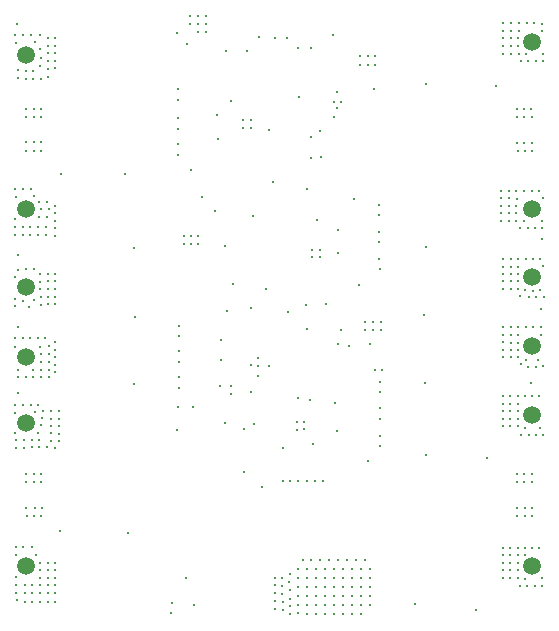
<source format=gbr>
%TF.GenerationSoftware,Altium Limited,Altium Designer,20.2.3 (150)*%
G04 Layer_Color=0*
%FSLAX26Y26*%
%MOIN*%
%TF.SameCoordinates,1E0D65CC-F0FE-4DFC-A0D5-6D9DD74121E6*%
%TF.FilePolarity,Positive*%
%TF.FileFunction,Plated,1,4,PTH,Drill*%
%TF.Part,Single*%
G01*
G75*
%TA.AperFunction,ViaDrill,NotFilled*%
%ADD94C,0.010000*%
%ADD95C,0.011811*%
%ADD96C,0.059055*%
D94*
X1438409Y2011432D02*
D03*
X973535Y1095311D02*
D03*
X1097000Y974000D02*
D03*
X1099000Y1008000D02*
D03*
X880000Y872000D02*
D03*
X975000Y1025765D02*
D03*
X1097910Y1033505D02*
D03*
X996000Y1192000D02*
D03*
X1076000Y1009000D02*
D03*
X832000Y872000D02*
D03*
X828212Y794248D02*
D03*
X832992Y1107000D02*
D03*
X859441Y2081245D02*
D03*
X828254Y2118822D02*
D03*
X990000Y2058008D02*
D03*
X1375652Y1128439D02*
D03*
X1133557Y1007171D02*
D03*
X1008141Y1891300D02*
D03*
X1060000Y2058008D02*
D03*
X1081440Y1507737D02*
D03*
X1350462Y1887735D02*
D03*
X1364000Y1080000D02*
D03*
X954808Y1523156D02*
D03*
X1347000Y2111000D02*
D03*
X1909142Y1492000D02*
D03*
X1418000Y1565000D02*
D03*
X1257385Y1210576D02*
D03*
X1197407Y1187208D02*
D03*
X1260386Y1598765D02*
D03*
X1279000Y1394000D02*
D03*
Y1370000D02*
D03*
X1915268Y1314000D02*
D03*
X1489000Y994000D02*
D03*
X1511787Y993000D02*
D03*
X1455721Y1152750D02*
D03*
X1434328Y1278537D02*
D03*
X1402000Y1075000D02*
D03*
X1049078Y1800830D02*
D03*
X1074000Y1801000D02*
D03*
Y1826000D02*
D03*
X1049000D02*
D03*
X1251772Y796139D02*
D03*
X1251459Y821588D02*
D03*
X1228235Y795373D02*
D03*
X1228000Y822000D02*
D03*
X1306000Y1370000D02*
D03*
Y1394000D02*
D03*
X1507000Y1128000D02*
D03*
X1481000D02*
D03*
X1456000D02*
D03*
X1506809Y1153370D02*
D03*
X1480491Y1153060D02*
D03*
X898000Y1413000D02*
D03*
X876000D02*
D03*
X851000D02*
D03*
X898000Y1442000D02*
D03*
X876000D02*
D03*
X851000D02*
D03*
X1657005Y1405041D02*
D03*
X1889992Y1939000D02*
D03*
X1274000Y1702000D02*
D03*
Y1771000D02*
D03*
X1361000Y1867000D02*
D03*
X1374000Y1886000D02*
D03*
X1489000Y2012000D02*
D03*
X1464000D02*
D03*
X1489000Y2040000D02*
D03*
X1464000D02*
D03*
X1439000D02*
D03*
X809000Y184000D02*
D03*
X858591Y299000D02*
D03*
X2012000Y506000D02*
D03*
X1988000D02*
D03*
X1962000D02*
D03*
X2012000Y535000D02*
D03*
X1989000D02*
D03*
X1962000D02*
D03*
X2011000Y619000D02*
D03*
X1986000D02*
D03*
X1962000D02*
D03*
X1985783Y647947D02*
D03*
X2011000Y648000D02*
D03*
X1961000D02*
D03*
X2011000Y1724000D02*
D03*
X1987000D02*
D03*
X1963000D02*
D03*
X2011000Y1752000D02*
D03*
X1986000D02*
D03*
X1962000D02*
D03*
X2010000Y1838000D02*
D03*
X1986000D02*
D03*
X1962000D02*
D03*
X2009000Y1865000D02*
D03*
X1986000D02*
D03*
X1961000D02*
D03*
X1352552Y1836698D02*
D03*
X1232000Y899000D02*
D03*
X1324184Y1214272D02*
D03*
X832992Y1142000D02*
D03*
X1361000Y1919000D02*
D03*
X1100000Y2103000D02*
D03*
X1180000Y733000D02*
D03*
X1232000Y2068000D02*
D03*
X1154000Y2100000D02*
D03*
X1014000Y1280008D02*
D03*
X988341Y815972D02*
D03*
X1112000Y603000D02*
D03*
X1196000Y2100000D02*
D03*
X1275000Y2068000D02*
D03*
X989000Y1408000D02*
D03*
X665905Y452207D02*
D03*
X685636Y945787D02*
D03*
X682817Y1401642D02*
D03*
X686917Y1171726D02*
D03*
X1306405Y1702789D02*
D03*
X1146887Y1619915D02*
D03*
X654134Y1647255D02*
D03*
X876000Y1659000D02*
D03*
X963000Y1765000D02*
D03*
X962000Y1844000D02*
D03*
X2042000Y1196000D02*
D03*
X2043000Y1429000D02*
D03*
X1363000Y1383000D02*
D03*
X1364000Y1461000D02*
D03*
X1652000Y1178000D02*
D03*
X1915535Y2048000D02*
D03*
X1659162Y1948125D02*
D03*
X1074000Y1199000D02*
D03*
X1125898Y1264102D02*
D03*
X1261000Y1132000D02*
D03*
X1282000Y747850D02*
D03*
X833000Y969378D02*
D03*
X832992Y1056000D02*
D03*
Y935000D02*
D03*
Y1021000D02*
D03*
X1471000Y1082000D02*
D03*
X1050719Y655108D02*
D03*
D95*
X830992Y1711000D02*
D03*
Y1746000D02*
D03*
Y1833000D02*
D03*
Y1930000D02*
D03*
Y1895000D02*
D03*
Y1798000D02*
D03*
X898000Y2120000D02*
D03*
X923000D02*
D03*
X872000Y2146000D02*
D03*
X898000D02*
D03*
X924000D02*
D03*
X871000Y2173000D02*
D03*
X898000D02*
D03*
X924000D02*
D03*
X1135000Y1795000D02*
D03*
X1235000Y1903000D02*
D03*
X1007000Y915000D02*
D03*
Y939992D02*
D03*
X1075118Y920519D02*
D03*
X1313376Y622953D02*
D03*
X1287239Y622788D02*
D03*
X1260316Y623073D02*
D03*
X1232605Y622772D02*
D03*
X1205948Y623525D02*
D03*
X1179441Y623073D02*
D03*
X1500827Y1545000D02*
D03*
X1501827Y1364000D02*
D03*
X1500827Y1454000D02*
D03*
X910000Y1571984D02*
D03*
X2045000Y299000D02*
D03*
X1987000Y297000D02*
D03*
X2045000Y274000D02*
D03*
X2020000D02*
D03*
X1996000D02*
D03*
X1972000D02*
D03*
X1963000Y302000D02*
D03*
X1939000D02*
D03*
X1963000Y327000D02*
D03*
X1939000D02*
D03*
X1963000Y352000D02*
D03*
X1939000D02*
D03*
X1987000Y377000D02*
D03*
X1963000D02*
D03*
X1939000D02*
D03*
X2035000Y402000D02*
D03*
X2011000D02*
D03*
X1987000D02*
D03*
X1963000D02*
D03*
X1939000D02*
D03*
X1914000Y377000D02*
D03*
Y327000D02*
D03*
X1914268Y302000D02*
D03*
Y352000D02*
D03*
X2036000Y907000D02*
D03*
X2012000D02*
D03*
X1988000D02*
D03*
X2038000Y801000D02*
D03*
X1988000Y800000D02*
D03*
X2049000Y778000D02*
D03*
X2024000D02*
D03*
X2000000D02*
D03*
X1976000D02*
D03*
X1964000Y807000D02*
D03*
Y832000D02*
D03*
Y857000D02*
D03*
Y882000D02*
D03*
Y907000D02*
D03*
X1939000D02*
D03*
Y882000D02*
D03*
Y857000D02*
D03*
Y832000D02*
D03*
Y807000D02*
D03*
X1914000Y832000D02*
D03*
Y882000D02*
D03*
X1914268Y807000D02*
D03*
Y907000D02*
D03*
X2032413Y1028761D02*
D03*
X1992194Y1028812D02*
D03*
X2047145Y1008319D02*
D03*
X2023172Y1005244D02*
D03*
X1998018Y1005409D02*
D03*
X2040000Y1112000D02*
D03*
X1974447Y1012414D02*
D03*
X1966000Y1036000D02*
D03*
X1940000D02*
D03*
X1965000Y1061000D02*
D03*
X1940000D02*
D03*
X1965000Y1085000D02*
D03*
X1940000D02*
D03*
X1965000Y1111000D02*
D03*
X1940000D02*
D03*
X2040000Y1136000D02*
D03*
X2015000D02*
D03*
X1990000D02*
D03*
X1965000D02*
D03*
X1940000D02*
D03*
X1915000Y1061000D02*
D03*
Y1111000D02*
D03*
X1915268Y1036000D02*
D03*
Y1136000D02*
D03*
Y1086000D02*
D03*
X2048000Y1339000D02*
D03*
X2038000Y1260000D02*
D03*
X2013000Y1257000D02*
D03*
X2050000Y1238000D02*
D03*
X2026000Y1237000D02*
D03*
X2001000D02*
D03*
X1989000Y1259000D02*
D03*
X1972000Y1239000D02*
D03*
X1965000Y1264000D02*
D03*
X1940000D02*
D03*
X1965000Y1290000D02*
D03*
X1940000D02*
D03*
X1965000Y1314000D02*
D03*
X1940000D02*
D03*
X1965000Y1338000D02*
D03*
X1940000D02*
D03*
X2038000Y1364000D02*
D03*
X2014000D02*
D03*
X1990000D02*
D03*
X1965000D02*
D03*
X1940000D02*
D03*
X1915000Y1290000D02*
D03*
X1916000Y1338000D02*
D03*
X1915268Y1364000D02*
D03*
Y1264000D02*
D03*
X2047000Y1568000D02*
D03*
X1985000Y1491000D02*
D03*
X2046000Y1492000D02*
D03*
Y1466000D02*
D03*
X2021000D02*
D03*
X1997000D02*
D03*
X1972000D02*
D03*
X1959000Y1491000D02*
D03*
X1934000Y1492000D02*
D03*
X1959000Y1516000D02*
D03*
X1934000D02*
D03*
X1959000Y1540000D02*
D03*
X1934000Y1541000D02*
D03*
X1960000Y1565000D02*
D03*
X1934000Y1566000D02*
D03*
X2035000Y1592000D02*
D03*
X2010000D02*
D03*
X1985000D02*
D03*
X1959000D02*
D03*
X1934000D02*
D03*
X1909000Y1516000D02*
D03*
Y1567000D02*
D03*
X1909142Y1542000D02*
D03*
Y1592000D02*
D03*
X1914268Y402000D02*
D03*
X2007980Y950868D02*
D03*
X2046000Y2123000D02*
D03*
X1990000Y2046000D02*
D03*
X2049000Y2048000D02*
D03*
Y2023000D02*
D03*
X2024000D02*
D03*
X1999000D02*
D03*
X1973000D02*
D03*
X1967000Y2048000D02*
D03*
X1942000D02*
D03*
X1966000Y2073000D02*
D03*
X1941000D02*
D03*
X1965000Y2099000D02*
D03*
X1941000D02*
D03*
X1968000Y2124000D02*
D03*
X1941000D02*
D03*
X2045000Y2148000D02*
D03*
X2019000Y2149000D02*
D03*
X1993000D02*
D03*
X1967000D02*
D03*
X1941000D02*
D03*
X1915000Y2073000D02*
D03*
X1916000Y2124000D02*
D03*
X1915268Y2149000D02*
D03*
Y2099000D02*
D03*
X358000Y378000D02*
D03*
X343000Y403000D02*
D03*
X316000D02*
D03*
X290000D02*
D03*
Y376000D02*
D03*
X292000Y304000D02*
D03*
X295000Y226000D02*
D03*
X292000Y252000D02*
D03*
Y278000D02*
D03*
X320000Y277000D02*
D03*
X346000D02*
D03*
Y251000D02*
D03*
X320000D02*
D03*
Y221000D02*
D03*
X346000D02*
D03*
X372000D02*
D03*
Y251000D02*
D03*
Y276000D02*
D03*
Y302000D02*
D03*
Y327000D02*
D03*
X398000Y221000D02*
D03*
X398138Y251673D02*
D03*
X398000Y276000D02*
D03*
Y302000D02*
D03*
Y327000D02*
D03*
X372000Y352000D02*
D03*
X398000D02*
D03*
X422000Y327000D02*
D03*
Y277000D02*
D03*
Y221000D02*
D03*
X422000Y252000D02*
D03*
Y302000D02*
D03*
Y352000D02*
D03*
X1485000Y1930000D02*
D03*
X355000Y853000D02*
D03*
X365000Y876000D02*
D03*
X341000D02*
D03*
X315000Y877000D02*
D03*
X288000D02*
D03*
X289000Y851000D02*
D03*
X378000Y833000D02*
D03*
X374000Y809000D02*
D03*
X363000Y785000D02*
D03*
X288000Y784000D02*
D03*
X369000Y760000D02*
D03*
X344000D02*
D03*
X318000D02*
D03*
X292000D02*
D03*
Y735000D02*
D03*
X318000D02*
D03*
X344000Y736000D02*
D03*
X369000D02*
D03*
X420000Y735000D02*
D03*
X394000Y736000D02*
D03*
X408000Y758000D02*
D03*
Y783000D02*
D03*
Y807000D02*
D03*
Y831000D02*
D03*
X407000Y857000D02*
D03*
X380839Y857028D02*
D03*
X436000Y782000D02*
D03*
Y832000D02*
D03*
X435590Y757000D02*
D03*
Y807000D02*
D03*
Y857000D02*
D03*
X389000Y1099000D02*
D03*
X363000D02*
D03*
X338000D02*
D03*
X313000D02*
D03*
X288000D02*
D03*
X289000Y1072000D02*
D03*
D03*
X400000Y1073000D02*
D03*
X372000Y1072000D02*
D03*
D03*
X400000Y1047000D02*
D03*
X373000D02*
D03*
X400000Y1021000D02*
D03*
X373000D02*
D03*
X400000Y995000D02*
D03*
X374000D02*
D03*
X348000D02*
D03*
X299000D02*
D03*
X298000Y970000D02*
D03*
X323000D02*
D03*
X348000D02*
D03*
X374000D02*
D03*
X400000D02*
D03*
X422000Y1011000D02*
D03*
Y1061000D02*
D03*
X422079Y986000D02*
D03*
Y1036000D02*
D03*
Y1086000D02*
D03*
X372000Y1288000D02*
D03*
X335000Y1204000D02*
D03*
X288000Y1206000D02*
D03*
X316000Y1223000D02*
D03*
X350000Y1227000D02*
D03*
X288000Y1232000D02*
D03*
Y1304000D02*
D03*
X298000Y1328000D02*
D03*
X324000Y1329000D02*
D03*
X350000D02*
D03*
X373000Y1212000D02*
D03*
Y1236000D02*
D03*
X398000Y1213000D02*
D03*
Y1237000D02*
D03*
X372000Y1263000D02*
D03*
X397000D02*
D03*
Y1289000D02*
D03*
X370000Y1313000D02*
D03*
X397000D02*
D03*
X422000Y1289000D02*
D03*
Y1238000D02*
D03*
X422000Y1214000D02*
D03*
Y1264000D02*
D03*
Y1314000D02*
D03*
X390000Y1471000D02*
D03*
X364000D02*
D03*
X339000D02*
D03*
X314000D02*
D03*
X391000Y1444000D02*
D03*
X364000D02*
D03*
X339000D02*
D03*
X314000D02*
D03*
X289000D02*
D03*
Y1471000D02*
D03*
Y1498000D02*
D03*
X393000Y1504000D02*
D03*
X367000D02*
D03*
X400000Y1529000D02*
D03*
X374000D02*
D03*
X396000Y1554000D02*
D03*
X369000Y1555000D02*
D03*
X351000Y1574000D02*
D03*
X290000Y1571000D02*
D03*
X340000Y1598000D02*
D03*
X314000D02*
D03*
X289000D02*
D03*
X422000Y1517000D02*
D03*
Y1467000D02*
D03*
X422000Y1442000D02*
D03*
Y1492000D02*
D03*
Y1542000D02*
D03*
X399000Y1971000D02*
D03*
X371000Y2007000D02*
D03*
X374000Y2035000D02*
D03*
X372000Y2063000D02*
D03*
X356000Y2087000D02*
D03*
X371000Y2111000D02*
D03*
X342000D02*
D03*
X315000D02*
D03*
X289000D02*
D03*
X290000Y2085000D02*
D03*
X349000Y1992000D02*
D03*
X323000D02*
D03*
X297000Y1993000D02*
D03*
X374000Y1964000D02*
D03*
X349000D02*
D03*
X323000Y1965000D02*
D03*
X297000Y1966000D02*
D03*
X397000Y2099000D02*
D03*
Y2074000D02*
D03*
Y2049000D02*
D03*
Y2023000D02*
D03*
Y1998000D02*
D03*
X422000Y2024000D02*
D03*
Y2074000D02*
D03*
X422000Y2099000D02*
D03*
Y2049000D02*
D03*
Y1999000D02*
D03*
X1504759Y865751D02*
D03*
X376000Y1724000D02*
D03*
X351000D02*
D03*
X325000D02*
D03*
X376000Y1753000D02*
D03*
X351000D02*
D03*
X325000D02*
D03*
X375000Y1836000D02*
D03*
X351000D02*
D03*
X326000D02*
D03*
X375000Y1865000D02*
D03*
X351000D02*
D03*
X326000D02*
D03*
X374000Y619000D02*
D03*
X350000Y620000D02*
D03*
X326000Y621000D02*
D03*
X374000Y648000D02*
D03*
X350000D02*
D03*
X326000D02*
D03*
X376000Y508000D02*
D03*
X352000D02*
D03*
X327000D02*
D03*
X377000Y535000D02*
D03*
X354000D02*
D03*
X326000D02*
D03*
X1305000Y1791000D02*
D03*
X1050992Y797000D02*
D03*
X1270000Y894992D02*
D03*
X810000Y216000D02*
D03*
X1355642Y883880D02*
D03*
X1293000Y1495000D02*
D03*
X297992Y1378000D02*
D03*
X441000Y1646000D02*
D03*
X295992Y2148000D02*
D03*
X1231744Y182378D02*
D03*
X1203000Y181000D02*
D03*
X1205000Y206000D02*
D03*
X1182000Y195000D02*
D03*
X1154000Y197000D02*
D03*
X1180000Y221000D02*
D03*
X1155000Y224000D02*
D03*
X1203000Y231000D02*
D03*
X1204000Y259000D02*
D03*
X1179000Y248000D02*
D03*
X1154000Y249000D02*
D03*
X1179000Y274000D02*
D03*
X1154000Y276000D02*
D03*
X1202000Y286000D02*
D03*
X1205000Y315000D02*
D03*
X1178000Y302000D02*
D03*
X1153000D02*
D03*
X1503008Y1329000D02*
D03*
X1502008Y1419000D02*
D03*
Y1510000D02*
D03*
X1654243Y949567D02*
D03*
X439000Y457000D02*
D03*
X296992Y917000D02*
D03*
Y1136000D02*
D03*
X1085607Y814226D02*
D03*
X1620119Y214706D02*
D03*
X972000Y939992D02*
D03*
X1825000Y195000D02*
D03*
X1463000Y689000D02*
D03*
X1861000Y701000D02*
D03*
X1659000Y712000D02*
D03*
X1504008Y775000D02*
D03*
X1360000Y790000D02*
D03*
X1914268Y857000D02*
D03*
X1504008Y954000D02*
D03*
Y919000D02*
D03*
Y830000D02*
D03*
Y740000D02*
D03*
X885008Y210000D02*
D03*
X1440000Y180000D02*
D03*
X1410000D02*
D03*
X1380000D02*
D03*
X1350000D02*
D03*
X1320000D02*
D03*
X1290000D02*
D03*
X1260000D02*
D03*
X1470000Y210000D02*
D03*
X1440000D02*
D03*
X1410000D02*
D03*
X1380000D02*
D03*
X1350000D02*
D03*
X1320000D02*
D03*
X1290000D02*
D03*
X1260000D02*
D03*
X1230000D02*
D03*
X1470000Y240000D02*
D03*
X1440000D02*
D03*
X1410000D02*
D03*
X1380000D02*
D03*
X1350000D02*
D03*
X1320000D02*
D03*
X1290000D02*
D03*
X1260000D02*
D03*
X1230000D02*
D03*
X1470000Y270000D02*
D03*
X1440000D02*
D03*
X1410000D02*
D03*
X1380000D02*
D03*
X1350000D02*
D03*
X1320000D02*
D03*
X1290000D02*
D03*
X1260000D02*
D03*
X1230000D02*
D03*
X1470000Y300000D02*
D03*
X1440000D02*
D03*
X1410000D02*
D03*
X1380000D02*
D03*
X1350000D02*
D03*
X1320000D02*
D03*
X1290000D02*
D03*
X1260000D02*
D03*
X1230000D02*
D03*
X1470000Y330000D02*
D03*
X1440000D02*
D03*
X1410000D02*
D03*
X1380000D02*
D03*
X1350000D02*
D03*
X1320000D02*
D03*
X1290000D02*
D03*
X1260000D02*
D03*
X1230000D02*
D03*
X1455000Y360000D02*
D03*
X1425000D02*
D03*
X1395000D02*
D03*
X1365000D02*
D03*
X1335000D02*
D03*
X1305000D02*
D03*
X1275000D02*
D03*
X1249000Y362000D02*
D03*
D96*
X2012000Y2088000D02*
D03*
Y1532000D02*
D03*
Y1304000D02*
D03*
Y1073000D02*
D03*
Y843000D02*
D03*
Y339000D02*
D03*
X325000D02*
D03*
Y816000D02*
D03*
Y1037000D02*
D03*
Y1270000D02*
D03*
Y1532000D02*
D03*
Y2045000D02*
D03*
%TF.MD5,f51648e90794b09d46b45de445bdf89a*%
M02*

</source>
